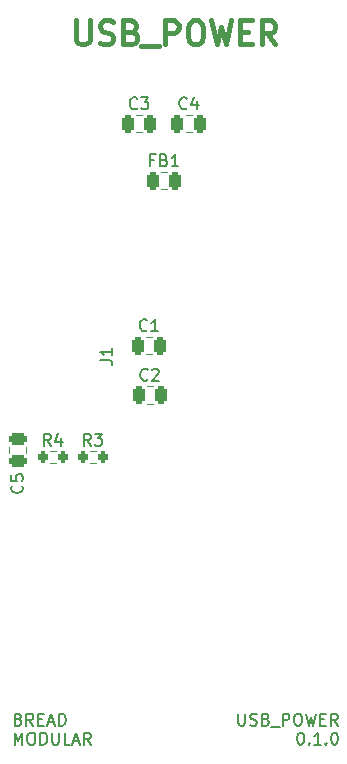
<source format=gbr>
%TF.GenerationSoftware,KiCad,Pcbnew,8.0.5*%
%TF.CreationDate,2024-11-06T20:30:05+05:30*%
%TF.ProjectId,usb_power,7573625f-706f-4776-9572-2e6b69636164,rev?*%
%TF.SameCoordinates,Original*%
%TF.FileFunction,Legend,Top*%
%TF.FilePolarity,Positive*%
%FSLAX46Y46*%
G04 Gerber Fmt 4.6, Leading zero omitted, Abs format (unit mm)*
G04 Created by KiCad (PCBNEW 8.0.5) date 2024-11-06 20:30:05*
%MOMM*%
%LPD*%
G01*
G04 APERTURE LIST*
G04 Aperture macros list*
%AMRoundRect*
0 Rectangle with rounded corners*
0 $1 Rounding radius*
0 $2 $3 $4 $5 $6 $7 $8 $9 X,Y pos of 4 corners*
0 Add a 4 corners polygon primitive as box body*
4,1,4,$2,$3,$4,$5,$6,$7,$8,$9,$2,$3,0*
0 Add four circle primitives for the rounded corners*
1,1,$1+$1,$2,$3*
1,1,$1+$1,$4,$5*
1,1,$1+$1,$6,$7*
1,1,$1+$1,$8,$9*
0 Add four rect primitives between the rounded corners*
20,1,$1+$1,$2,$3,$4,$5,0*
20,1,$1+$1,$4,$5,$6,$7,0*
20,1,$1+$1,$6,$7,$8,$9,0*
20,1,$1+$1,$8,$9,$2,$3,0*%
G04 Aperture macros list end*
%ADD10C,0.200000*%
%ADD11C,0.400000*%
%ADD12C,0.150000*%
%ADD13C,0.120000*%
%ADD14RoundRect,0.250000X-0.250000X-0.475000X0.250000X-0.475000X0.250000X0.475000X-0.250000X0.475000X0*%
%ADD15RoundRect,0.200000X-0.200000X-0.275000X0.200000X-0.275000X0.200000X0.275000X-0.200000X0.275000X0*%
%ADD16RoundRect,0.250000X-0.475000X0.250000X-0.475000X-0.250000X0.475000X-0.250000X0.475000X0.250000X0*%
%ADD17C,0.650000*%
%ADD18R,1.450000X0.600000*%
%ADD19R,1.450000X0.300000*%
%ADD20R,1.700000X1.700000*%
%ADD21O,1.700000X1.700000*%
G04 APERTURE END LIST*
D10*
X67576374Y-105207275D02*
X67576374Y-106016798D01*
X67576374Y-106016798D02*
X67623993Y-106112036D01*
X67623993Y-106112036D02*
X67671612Y-106159656D01*
X67671612Y-106159656D02*
X67766850Y-106207275D01*
X67766850Y-106207275D02*
X67957326Y-106207275D01*
X67957326Y-106207275D02*
X68052564Y-106159656D01*
X68052564Y-106159656D02*
X68100183Y-106112036D01*
X68100183Y-106112036D02*
X68147802Y-106016798D01*
X68147802Y-106016798D02*
X68147802Y-105207275D01*
X68576374Y-106159656D02*
X68719231Y-106207275D01*
X68719231Y-106207275D02*
X68957326Y-106207275D01*
X68957326Y-106207275D02*
X69052564Y-106159656D01*
X69052564Y-106159656D02*
X69100183Y-106112036D01*
X69100183Y-106112036D02*
X69147802Y-106016798D01*
X69147802Y-106016798D02*
X69147802Y-105921560D01*
X69147802Y-105921560D02*
X69100183Y-105826322D01*
X69100183Y-105826322D02*
X69052564Y-105778703D01*
X69052564Y-105778703D02*
X68957326Y-105731084D01*
X68957326Y-105731084D02*
X68766850Y-105683465D01*
X68766850Y-105683465D02*
X68671612Y-105635846D01*
X68671612Y-105635846D02*
X68623993Y-105588227D01*
X68623993Y-105588227D02*
X68576374Y-105492989D01*
X68576374Y-105492989D02*
X68576374Y-105397751D01*
X68576374Y-105397751D02*
X68623993Y-105302513D01*
X68623993Y-105302513D02*
X68671612Y-105254894D01*
X68671612Y-105254894D02*
X68766850Y-105207275D01*
X68766850Y-105207275D02*
X69004945Y-105207275D01*
X69004945Y-105207275D02*
X69147802Y-105254894D01*
X69909707Y-105683465D02*
X70052564Y-105731084D01*
X70052564Y-105731084D02*
X70100183Y-105778703D01*
X70100183Y-105778703D02*
X70147802Y-105873941D01*
X70147802Y-105873941D02*
X70147802Y-106016798D01*
X70147802Y-106016798D02*
X70100183Y-106112036D01*
X70100183Y-106112036D02*
X70052564Y-106159656D01*
X70052564Y-106159656D02*
X69957326Y-106207275D01*
X69957326Y-106207275D02*
X69576374Y-106207275D01*
X69576374Y-106207275D02*
X69576374Y-105207275D01*
X69576374Y-105207275D02*
X69909707Y-105207275D01*
X69909707Y-105207275D02*
X70004945Y-105254894D01*
X70004945Y-105254894D02*
X70052564Y-105302513D01*
X70052564Y-105302513D02*
X70100183Y-105397751D01*
X70100183Y-105397751D02*
X70100183Y-105492989D01*
X70100183Y-105492989D02*
X70052564Y-105588227D01*
X70052564Y-105588227D02*
X70004945Y-105635846D01*
X70004945Y-105635846D02*
X69909707Y-105683465D01*
X69909707Y-105683465D02*
X69576374Y-105683465D01*
X70338279Y-106302513D02*
X71100183Y-106302513D01*
X71338279Y-106207275D02*
X71338279Y-105207275D01*
X71338279Y-105207275D02*
X71719231Y-105207275D01*
X71719231Y-105207275D02*
X71814469Y-105254894D01*
X71814469Y-105254894D02*
X71862088Y-105302513D01*
X71862088Y-105302513D02*
X71909707Y-105397751D01*
X71909707Y-105397751D02*
X71909707Y-105540608D01*
X71909707Y-105540608D02*
X71862088Y-105635846D01*
X71862088Y-105635846D02*
X71814469Y-105683465D01*
X71814469Y-105683465D02*
X71719231Y-105731084D01*
X71719231Y-105731084D02*
X71338279Y-105731084D01*
X72528755Y-105207275D02*
X72719231Y-105207275D01*
X72719231Y-105207275D02*
X72814469Y-105254894D01*
X72814469Y-105254894D02*
X72909707Y-105350132D01*
X72909707Y-105350132D02*
X72957326Y-105540608D01*
X72957326Y-105540608D02*
X72957326Y-105873941D01*
X72957326Y-105873941D02*
X72909707Y-106064417D01*
X72909707Y-106064417D02*
X72814469Y-106159656D01*
X72814469Y-106159656D02*
X72719231Y-106207275D01*
X72719231Y-106207275D02*
X72528755Y-106207275D01*
X72528755Y-106207275D02*
X72433517Y-106159656D01*
X72433517Y-106159656D02*
X72338279Y-106064417D01*
X72338279Y-106064417D02*
X72290660Y-105873941D01*
X72290660Y-105873941D02*
X72290660Y-105540608D01*
X72290660Y-105540608D02*
X72338279Y-105350132D01*
X72338279Y-105350132D02*
X72433517Y-105254894D01*
X72433517Y-105254894D02*
X72528755Y-105207275D01*
X73290660Y-105207275D02*
X73528755Y-106207275D01*
X73528755Y-106207275D02*
X73719231Y-105492989D01*
X73719231Y-105492989D02*
X73909707Y-106207275D01*
X73909707Y-106207275D02*
X74147803Y-105207275D01*
X74528755Y-105683465D02*
X74862088Y-105683465D01*
X75004945Y-106207275D02*
X74528755Y-106207275D01*
X74528755Y-106207275D02*
X74528755Y-105207275D01*
X74528755Y-105207275D02*
X75004945Y-105207275D01*
X76004945Y-106207275D02*
X75671612Y-105731084D01*
X75433517Y-106207275D02*
X75433517Y-105207275D01*
X75433517Y-105207275D02*
X75814469Y-105207275D01*
X75814469Y-105207275D02*
X75909707Y-105254894D01*
X75909707Y-105254894D02*
X75957326Y-105302513D01*
X75957326Y-105302513D02*
X76004945Y-105397751D01*
X76004945Y-105397751D02*
X76004945Y-105540608D01*
X76004945Y-105540608D02*
X75957326Y-105635846D01*
X75957326Y-105635846D02*
X75909707Y-105683465D01*
X75909707Y-105683465D02*
X75814469Y-105731084D01*
X75814469Y-105731084D02*
X75433517Y-105731084D01*
X72814470Y-106817219D02*
X72909708Y-106817219D01*
X72909708Y-106817219D02*
X73004946Y-106864838D01*
X73004946Y-106864838D02*
X73052565Y-106912457D01*
X73052565Y-106912457D02*
X73100184Y-107007695D01*
X73100184Y-107007695D02*
X73147803Y-107198171D01*
X73147803Y-107198171D02*
X73147803Y-107436266D01*
X73147803Y-107436266D02*
X73100184Y-107626742D01*
X73100184Y-107626742D02*
X73052565Y-107721980D01*
X73052565Y-107721980D02*
X73004946Y-107769600D01*
X73004946Y-107769600D02*
X72909708Y-107817219D01*
X72909708Y-107817219D02*
X72814470Y-107817219D01*
X72814470Y-107817219D02*
X72719232Y-107769600D01*
X72719232Y-107769600D02*
X72671613Y-107721980D01*
X72671613Y-107721980D02*
X72623994Y-107626742D01*
X72623994Y-107626742D02*
X72576375Y-107436266D01*
X72576375Y-107436266D02*
X72576375Y-107198171D01*
X72576375Y-107198171D02*
X72623994Y-107007695D01*
X72623994Y-107007695D02*
X72671613Y-106912457D01*
X72671613Y-106912457D02*
X72719232Y-106864838D01*
X72719232Y-106864838D02*
X72814470Y-106817219D01*
X73576375Y-107721980D02*
X73623994Y-107769600D01*
X73623994Y-107769600D02*
X73576375Y-107817219D01*
X73576375Y-107817219D02*
X73528756Y-107769600D01*
X73528756Y-107769600D02*
X73576375Y-107721980D01*
X73576375Y-107721980D02*
X73576375Y-107817219D01*
X74576374Y-107817219D02*
X74004946Y-107817219D01*
X74290660Y-107817219D02*
X74290660Y-106817219D01*
X74290660Y-106817219D02*
X74195422Y-106960076D01*
X74195422Y-106960076D02*
X74100184Y-107055314D01*
X74100184Y-107055314D02*
X74004946Y-107102933D01*
X75004946Y-107721980D02*
X75052565Y-107769600D01*
X75052565Y-107769600D02*
X75004946Y-107817219D01*
X75004946Y-107817219D02*
X74957327Y-107769600D01*
X74957327Y-107769600D02*
X75004946Y-107721980D01*
X75004946Y-107721980D02*
X75004946Y-107817219D01*
X75671612Y-106817219D02*
X75766850Y-106817219D01*
X75766850Y-106817219D02*
X75862088Y-106864838D01*
X75862088Y-106864838D02*
X75909707Y-106912457D01*
X75909707Y-106912457D02*
X75957326Y-107007695D01*
X75957326Y-107007695D02*
X76004945Y-107198171D01*
X76004945Y-107198171D02*
X76004945Y-107436266D01*
X76004945Y-107436266D02*
X75957326Y-107626742D01*
X75957326Y-107626742D02*
X75909707Y-107721980D01*
X75909707Y-107721980D02*
X75862088Y-107769600D01*
X75862088Y-107769600D02*
X75766850Y-107817219D01*
X75766850Y-107817219D02*
X75671612Y-107817219D01*
X75671612Y-107817219D02*
X75576374Y-107769600D01*
X75576374Y-107769600D02*
X75528755Y-107721980D01*
X75528755Y-107721980D02*
X75481136Y-107626742D01*
X75481136Y-107626742D02*
X75433517Y-107436266D01*
X75433517Y-107436266D02*
X75433517Y-107198171D01*
X75433517Y-107198171D02*
X75481136Y-107007695D01*
X75481136Y-107007695D02*
X75528755Y-106912457D01*
X75528755Y-106912457D02*
X75576374Y-106864838D01*
X75576374Y-106864838D02*
X75671612Y-106817219D01*
D11*
X53849047Y-46502438D02*
X53849047Y-48121485D01*
X53849047Y-48121485D02*
X53944285Y-48311961D01*
X53944285Y-48311961D02*
X54039523Y-48407200D01*
X54039523Y-48407200D02*
X54229999Y-48502438D01*
X54229999Y-48502438D02*
X54610952Y-48502438D01*
X54610952Y-48502438D02*
X54801428Y-48407200D01*
X54801428Y-48407200D02*
X54896666Y-48311961D01*
X54896666Y-48311961D02*
X54991904Y-48121485D01*
X54991904Y-48121485D02*
X54991904Y-46502438D01*
X55849047Y-48407200D02*
X56134761Y-48502438D01*
X56134761Y-48502438D02*
X56610952Y-48502438D01*
X56610952Y-48502438D02*
X56801428Y-48407200D01*
X56801428Y-48407200D02*
X56896666Y-48311961D01*
X56896666Y-48311961D02*
X56991904Y-48121485D01*
X56991904Y-48121485D02*
X56991904Y-47931009D01*
X56991904Y-47931009D02*
X56896666Y-47740533D01*
X56896666Y-47740533D02*
X56801428Y-47645295D01*
X56801428Y-47645295D02*
X56610952Y-47550057D01*
X56610952Y-47550057D02*
X56229999Y-47454819D01*
X56229999Y-47454819D02*
X56039523Y-47359580D01*
X56039523Y-47359580D02*
X55944285Y-47264342D01*
X55944285Y-47264342D02*
X55849047Y-47073866D01*
X55849047Y-47073866D02*
X55849047Y-46883390D01*
X55849047Y-46883390D02*
X55944285Y-46692914D01*
X55944285Y-46692914D02*
X56039523Y-46597676D01*
X56039523Y-46597676D02*
X56229999Y-46502438D01*
X56229999Y-46502438D02*
X56706190Y-46502438D01*
X56706190Y-46502438D02*
X56991904Y-46597676D01*
X58515714Y-47454819D02*
X58801428Y-47550057D01*
X58801428Y-47550057D02*
X58896666Y-47645295D01*
X58896666Y-47645295D02*
X58991904Y-47835771D01*
X58991904Y-47835771D02*
X58991904Y-48121485D01*
X58991904Y-48121485D02*
X58896666Y-48311961D01*
X58896666Y-48311961D02*
X58801428Y-48407200D01*
X58801428Y-48407200D02*
X58610952Y-48502438D01*
X58610952Y-48502438D02*
X57849047Y-48502438D01*
X57849047Y-48502438D02*
X57849047Y-46502438D01*
X57849047Y-46502438D02*
X58515714Y-46502438D01*
X58515714Y-46502438D02*
X58706190Y-46597676D01*
X58706190Y-46597676D02*
X58801428Y-46692914D01*
X58801428Y-46692914D02*
X58896666Y-46883390D01*
X58896666Y-46883390D02*
X58896666Y-47073866D01*
X58896666Y-47073866D02*
X58801428Y-47264342D01*
X58801428Y-47264342D02*
X58706190Y-47359580D01*
X58706190Y-47359580D02*
X58515714Y-47454819D01*
X58515714Y-47454819D02*
X57849047Y-47454819D01*
X59372857Y-48692914D02*
X60896666Y-48692914D01*
X61372857Y-48502438D02*
X61372857Y-46502438D01*
X61372857Y-46502438D02*
X62134762Y-46502438D01*
X62134762Y-46502438D02*
X62325238Y-46597676D01*
X62325238Y-46597676D02*
X62420476Y-46692914D01*
X62420476Y-46692914D02*
X62515714Y-46883390D01*
X62515714Y-46883390D02*
X62515714Y-47169104D01*
X62515714Y-47169104D02*
X62420476Y-47359580D01*
X62420476Y-47359580D02*
X62325238Y-47454819D01*
X62325238Y-47454819D02*
X62134762Y-47550057D01*
X62134762Y-47550057D02*
X61372857Y-47550057D01*
X63753809Y-46502438D02*
X64134762Y-46502438D01*
X64134762Y-46502438D02*
X64325238Y-46597676D01*
X64325238Y-46597676D02*
X64515714Y-46788152D01*
X64515714Y-46788152D02*
X64610952Y-47169104D01*
X64610952Y-47169104D02*
X64610952Y-47835771D01*
X64610952Y-47835771D02*
X64515714Y-48216723D01*
X64515714Y-48216723D02*
X64325238Y-48407200D01*
X64325238Y-48407200D02*
X64134762Y-48502438D01*
X64134762Y-48502438D02*
X63753809Y-48502438D01*
X63753809Y-48502438D02*
X63563333Y-48407200D01*
X63563333Y-48407200D02*
X63372857Y-48216723D01*
X63372857Y-48216723D02*
X63277619Y-47835771D01*
X63277619Y-47835771D02*
X63277619Y-47169104D01*
X63277619Y-47169104D02*
X63372857Y-46788152D01*
X63372857Y-46788152D02*
X63563333Y-46597676D01*
X63563333Y-46597676D02*
X63753809Y-46502438D01*
X65277619Y-46502438D02*
X65753809Y-48502438D01*
X65753809Y-48502438D02*
X66134762Y-47073866D01*
X66134762Y-47073866D02*
X66515714Y-48502438D01*
X66515714Y-48502438D02*
X66991905Y-46502438D01*
X67753809Y-47454819D02*
X68420476Y-47454819D01*
X68706190Y-48502438D02*
X67753809Y-48502438D01*
X67753809Y-48502438D02*
X67753809Y-46502438D01*
X67753809Y-46502438D02*
X68706190Y-46502438D01*
X70706190Y-48502438D02*
X70039523Y-47550057D01*
X69563333Y-48502438D02*
X69563333Y-46502438D01*
X69563333Y-46502438D02*
X70325238Y-46502438D01*
X70325238Y-46502438D02*
X70515714Y-46597676D01*
X70515714Y-46597676D02*
X70610952Y-46692914D01*
X70610952Y-46692914D02*
X70706190Y-46883390D01*
X70706190Y-46883390D02*
X70706190Y-47169104D01*
X70706190Y-47169104D02*
X70610952Y-47359580D01*
X70610952Y-47359580D02*
X70515714Y-47454819D01*
X70515714Y-47454819D02*
X70325238Y-47550057D01*
X70325238Y-47550057D02*
X69563333Y-47550057D01*
D10*
X48963006Y-105683465D02*
X49105863Y-105731084D01*
X49105863Y-105731084D02*
X49153482Y-105778703D01*
X49153482Y-105778703D02*
X49201101Y-105873941D01*
X49201101Y-105873941D02*
X49201101Y-106016798D01*
X49201101Y-106016798D02*
X49153482Y-106112036D01*
X49153482Y-106112036D02*
X49105863Y-106159656D01*
X49105863Y-106159656D02*
X49010625Y-106207275D01*
X49010625Y-106207275D02*
X48629673Y-106207275D01*
X48629673Y-106207275D02*
X48629673Y-105207275D01*
X48629673Y-105207275D02*
X48963006Y-105207275D01*
X48963006Y-105207275D02*
X49058244Y-105254894D01*
X49058244Y-105254894D02*
X49105863Y-105302513D01*
X49105863Y-105302513D02*
X49153482Y-105397751D01*
X49153482Y-105397751D02*
X49153482Y-105492989D01*
X49153482Y-105492989D02*
X49105863Y-105588227D01*
X49105863Y-105588227D02*
X49058244Y-105635846D01*
X49058244Y-105635846D02*
X48963006Y-105683465D01*
X48963006Y-105683465D02*
X48629673Y-105683465D01*
X50201101Y-106207275D02*
X49867768Y-105731084D01*
X49629673Y-106207275D02*
X49629673Y-105207275D01*
X49629673Y-105207275D02*
X50010625Y-105207275D01*
X50010625Y-105207275D02*
X50105863Y-105254894D01*
X50105863Y-105254894D02*
X50153482Y-105302513D01*
X50153482Y-105302513D02*
X50201101Y-105397751D01*
X50201101Y-105397751D02*
X50201101Y-105540608D01*
X50201101Y-105540608D02*
X50153482Y-105635846D01*
X50153482Y-105635846D02*
X50105863Y-105683465D01*
X50105863Y-105683465D02*
X50010625Y-105731084D01*
X50010625Y-105731084D02*
X49629673Y-105731084D01*
X50629673Y-105683465D02*
X50963006Y-105683465D01*
X51105863Y-106207275D02*
X50629673Y-106207275D01*
X50629673Y-106207275D02*
X50629673Y-105207275D01*
X50629673Y-105207275D02*
X51105863Y-105207275D01*
X51486816Y-105921560D02*
X51963006Y-105921560D01*
X51391578Y-106207275D02*
X51724911Y-105207275D01*
X51724911Y-105207275D02*
X52058244Y-106207275D01*
X52391578Y-106207275D02*
X52391578Y-105207275D01*
X52391578Y-105207275D02*
X52629673Y-105207275D01*
X52629673Y-105207275D02*
X52772530Y-105254894D01*
X52772530Y-105254894D02*
X52867768Y-105350132D01*
X52867768Y-105350132D02*
X52915387Y-105445370D01*
X52915387Y-105445370D02*
X52963006Y-105635846D01*
X52963006Y-105635846D02*
X52963006Y-105778703D01*
X52963006Y-105778703D02*
X52915387Y-105969179D01*
X52915387Y-105969179D02*
X52867768Y-106064417D01*
X52867768Y-106064417D02*
X52772530Y-106159656D01*
X52772530Y-106159656D02*
X52629673Y-106207275D01*
X52629673Y-106207275D02*
X52391578Y-106207275D01*
X48629673Y-107817219D02*
X48629673Y-106817219D01*
X48629673Y-106817219D02*
X48963006Y-107531504D01*
X48963006Y-107531504D02*
X49296339Y-106817219D01*
X49296339Y-106817219D02*
X49296339Y-107817219D01*
X49963006Y-106817219D02*
X50153482Y-106817219D01*
X50153482Y-106817219D02*
X50248720Y-106864838D01*
X50248720Y-106864838D02*
X50343958Y-106960076D01*
X50343958Y-106960076D02*
X50391577Y-107150552D01*
X50391577Y-107150552D02*
X50391577Y-107483885D01*
X50391577Y-107483885D02*
X50343958Y-107674361D01*
X50343958Y-107674361D02*
X50248720Y-107769600D01*
X50248720Y-107769600D02*
X50153482Y-107817219D01*
X50153482Y-107817219D02*
X49963006Y-107817219D01*
X49963006Y-107817219D02*
X49867768Y-107769600D01*
X49867768Y-107769600D02*
X49772530Y-107674361D01*
X49772530Y-107674361D02*
X49724911Y-107483885D01*
X49724911Y-107483885D02*
X49724911Y-107150552D01*
X49724911Y-107150552D02*
X49772530Y-106960076D01*
X49772530Y-106960076D02*
X49867768Y-106864838D01*
X49867768Y-106864838D02*
X49963006Y-106817219D01*
X50820149Y-107817219D02*
X50820149Y-106817219D01*
X50820149Y-106817219D02*
X51058244Y-106817219D01*
X51058244Y-106817219D02*
X51201101Y-106864838D01*
X51201101Y-106864838D02*
X51296339Y-106960076D01*
X51296339Y-106960076D02*
X51343958Y-107055314D01*
X51343958Y-107055314D02*
X51391577Y-107245790D01*
X51391577Y-107245790D02*
X51391577Y-107388647D01*
X51391577Y-107388647D02*
X51343958Y-107579123D01*
X51343958Y-107579123D02*
X51296339Y-107674361D01*
X51296339Y-107674361D02*
X51201101Y-107769600D01*
X51201101Y-107769600D02*
X51058244Y-107817219D01*
X51058244Y-107817219D02*
X50820149Y-107817219D01*
X51820149Y-106817219D02*
X51820149Y-107626742D01*
X51820149Y-107626742D02*
X51867768Y-107721980D01*
X51867768Y-107721980D02*
X51915387Y-107769600D01*
X51915387Y-107769600D02*
X52010625Y-107817219D01*
X52010625Y-107817219D02*
X52201101Y-107817219D01*
X52201101Y-107817219D02*
X52296339Y-107769600D01*
X52296339Y-107769600D02*
X52343958Y-107721980D01*
X52343958Y-107721980D02*
X52391577Y-107626742D01*
X52391577Y-107626742D02*
X52391577Y-106817219D01*
X53343958Y-107817219D02*
X52867768Y-107817219D01*
X52867768Y-107817219D02*
X52867768Y-106817219D01*
X53629673Y-107531504D02*
X54105863Y-107531504D01*
X53534435Y-107817219D02*
X53867768Y-106817219D01*
X53867768Y-106817219D02*
X54201101Y-107817219D01*
X55105863Y-107817219D02*
X54772530Y-107341028D01*
X54534435Y-107817219D02*
X54534435Y-106817219D01*
X54534435Y-106817219D02*
X54915387Y-106817219D01*
X54915387Y-106817219D02*
X55010625Y-106864838D01*
X55010625Y-106864838D02*
X55058244Y-106912457D01*
X55058244Y-106912457D02*
X55105863Y-107007695D01*
X55105863Y-107007695D02*
X55105863Y-107150552D01*
X55105863Y-107150552D02*
X55058244Y-107245790D01*
X55058244Y-107245790D02*
X55010625Y-107293409D01*
X55010625Y-107293409D02*
X54915387Y-107341028D01*
X54915387Y-107341028D02*
X54534435Y-107341028D01*
D12*
X59843333Y-72712580D02*
X59795714Y-72760200D01*
X59795714Y-72760200D02*
X59652857Y-72807819D01*
X59652857Y-72807819D02*
X59557619Y-72807819D01*
X59557619Y-72807819D02*
X59414762Y-72760200D01*
X59414762Y-72760200D02*
X59319524Y-72664961D01*
X59319524Y-72664961D02*
X59271905Y-72569723D01*
X59271905Y-72569723D02*
X59224286Y-72379247D01*
X59224286Y-72379247D02*
X59224286Y-72236390D01*
X59224286Y-72236390D02*
X59271905Y-72045914D01*
X59271905Y-72045914D02*
X59319524Y-71950676D01*
X59319524Y-71950676D02*
X59414762Y-71855438D01*
X59414762Y-71855438D02*
X59557619Y-71807819D01*
X59557619Y-71807819D02*
X59652857Y-71807819D01*
X59652857Y-71807819D02*
X59795714Y-71855438D01*
X59795714Y-71855438D02*
X59843333Y-71903057D01*
X60795714Y-72807819D02*
X60224286Y-72807819D01*
X60510000Y-72807819D02*
X60510000Y-71807819D01*
X60510000Y-71807819D02*
X60414762Y-71950676D01*
X60414762Y-71950676D02*
X60319524Y-72045914D01*
X60319524Y-72045914D02*
X60224286Y-72093533D01*
X55091533Y-82494619D02*
X54758200Y-82018428D01*
X54520105Y-82494619D02*
X54520105Y-81494619D01*
X54520105Y-81494619D02*
X54901057Y-81494619D01*
X54901057Y-81494619D02*
X54996295Y-81542238D01*
X54996295Y-81542238D02*
X55043914Y-81589857D01*
X55043914Y-81589857D02*
X55091533Y-81685095D01*
X55091533Y-81685095D02*
X55091533Y-81827952D01*
X55091533Y-81827952D02*
X55043914Y-81923190D01*
X55043914Y-81923190D02*
X54996295Y-81970809D01*
X54996295Y-81970809D02*
X54901057Y-82018428D01*
X54901057Y-82018428D02*
X54520105Y-82018428D01*
X55424867Y-81494619D02*
X56043914Y-81494619D01*
X56043914Y-81494619D02*
X55710581Y-81875571D01*
X55710581Y-81875571D02*
X55853438Y-81875571D01*
X55853438Y-81875571D02*
X55948676Y-81923190D01*
X55948676Y-81923190D02*
X55996295Y-81970809D01*
X55996295Y-81970809D02*
X56043914Y-82066047D01*
X56043914Y-82066047D02*
X56043914Y-82304142D01*
X56043914Y-82304142D02*
X55996295Y-82399380D01*
X55996295Y-82399380D02*
X55948676Y-82447000D01*
X55948676Y-82447000D02*
X55853438Y-82494619D01*
X55853438Y-82494619D02*
X55567724Y-82494619D01*
X55567724Y-82494619D02*
X55472486Y-82447000D01*
X55472486Y-82447000D02*
X55424867Y-82399380D01*
X51713333Y-82494619D02*
X51380000Y-82018428D01*
X51141905Y-82494619D02*
X51141905Y-81494619D01*
X51141905Y-81494619D02*
X51522857Y-81494619D01*
X51522857Y-81494619D02*
X51618095Y-81542238D01*
X51618095Y-81542238D02*
X51665714Y-81589857D01*
X51665714Y-81589857D02*
X51713333Y-81685095D01*
X51713333Y-81685095D02*
X51713333Y-81827952D01*
X51713333Y-81827952D02*
X51665714Y-81923190D01*
X51665714Y-81923190D02*
X51618095Y-81970809D01*
X51618095Y-81970809D02*
X51522857Y-82018428D01*
X51522857Y-82018428D02*
X51141905Y-82018428D01*
X52570476Y-81827952D02*
X52570476Y-82494619D01*
X52332381Y-81447000D02*
X52094286Y-82161285D01*
X52094286Y-82161285D02*
X52713333Y-82161285D01*
X49254580Y-85891666D02*
X49302200Y-85939285D01*
X49302200Y-85939285D02*
X49349819Y-86082142D01*
X49349819Y-86082142D02*
X49349819Y-86177380D01*
X49349819Y-86177380D02*
X49302200Y-86320237D01*
X49302200Y-86320237D02*
X49206961Y-86415475D01*
X49206961Y-86415475D02*
X49111723Y-86463094D01*
X49111723Y-86463094D02*
X48921247Y-86510713D01*
X48921247Y-86510713D02*
X48778390Y-86510713D01*
X48778390Y-86510713D02*
X48587914Y-86463094D01*
X48587914Y-86463094D02*
X48492676Y-86415475D01*
X48492676Y-86415475D02*
X48397438Y-86320237D01*
X48397438Y-86320237D02*
X48349819Y-86177380D01*
X48349819Y-86177380D02*
X48349819Y-86082142D01*
X48349819Y-86082142D02*
X48397438Y-85939285D01*
X48397438Y-85939285D02*
X48445057Y-85891666D01*
X48349819Y-84986904D02*
X48349819Y-85463094D01*
X48349819Y-85463094D02*
X48826009Y-85510713D01*
X48826009Y-85510713D02*
X48778390Y-85463094D01*
X48778390Y-85463094D02*
X48730771Y-85367856D01*
X48730771Y-85367856D02*
X48730771Y-85129761D01*
X48730771Y-85129761D02*
X48778390Y-85034523D01*
X48778390Y-85034523D02*
X48826009Y-84986904D01*
X48826009Y-84986904D02*
X48921247Y-84939285D01*
X48921247Y-84939285D02*
X49159342Y-84939285D01*
X49159342Y-84939285D02*
X49254580Y-84986904D01*
X49254580Y-84986904D02*
X49302200Y-85034523D01*
X49302200Y-85034523D02*
X49349819Y-85129761D01*
X49349819Y-85129761D02*
X49349819Y-85367856D01*
X49349819Y-85367856D02*
X49302200Y-85463094D01*
X49302200Y-85463094D02*
X49254580Y-85510713D01*
X60446666Y-58322009D02*
X60113333Y-58322009D01*
X60113333Y-58845819D02*
X60113333Y-57845819D01*
X60113333Y-57845819D02*
X60589523Y-57845819D01*
X61303809Y-58322009D02*
X61446666Y-58369628D01*
X61446666Y-58369628D02*
X61494285Y-58417247D01*
X61494285Y-58417247D02*
X61541904Y-58512485D01*
X61541904Y-58512485D02*
X61541904Y-58655342D01*
X61541904Y-58655342D02*
X61494285Y-58750580D01*
X61494285Y-58750580D02*
X61446666Y-58798200D01*
X61446666Y-58798200D02*
X61351428Y-58845819D01*
X61351428Y-58845819D02*
X60970476Y-58845819D01*
X60970476Y-58845819D02*
X60970476Y-57845819D01*
X60970476Y-57845819D02*
X61303809Y-57845819D01*
X61303809Y-57845819D02*
X61399047Y-57893438D01*
X61399047Y-57893438D02*
X61446666Y-57941057D01*
X61446666Y-57941057D02*
X61494285Y-58036295D01*
X61494285Y-58036295D02*
X61494285Y-58131533D01*
X61494285Y-58131533D02*
X61446666Y-58226771D01*
X61446666Y-58226771D02*
X61399047Y-58274390D01*
X61399047Y-58274390D02*
X61303809Y-58322009D01*
X61303809Y-58322009D02*
X60970476Y-58322009D01*
X62494285Y-58845819D02*
X61922857Y-58845819D01*
X62208571Y-58845819D02*
X62208571Y-57845819D01*
X62208571Y-57845819D02*
X62113333Y-57988676D01*
X62113333Y-57988676D02*
X62018095Y-58083914D01*
X62018095Y-58083914D02*
X61922857Y-58131533D01*
X59015333Y-53924580D02*
X58967714Y-53972200D01*
X58967714Y-53972200D02*
X58824857Y-54019819D01*
X58824857Y-54019819D02*
X58729619Y-54019819D01*
X58729619Y-54019819D02*
X58586762Y-53972200D01*
X58586762Y-53972200D02*
X58491524Y-53876961D01*
X58491524Y-53876961D02*
X58443905Y-53781723D01*
X58443905Y-53781723D02*
X58396286Y-53591247D01*
X58396286Y-53591247D02*
X58396286Y-53448390D01*
X58396286Y-53448390D02*
X58443905Y-53257914D01*
X58443905Y-53257914D02*
X58491524Y-53162676D01*
X58491524Y-53162676D02*
X58586762Y-53067438D01*
X58586762Y-53067438D02*
X58729619Y-53019819D01*
X58729619Y-53019819D02*
X58824857Y-53019819D01*
X58824857Y-53019819D02*
X58967714Y-53067438D01*
X58967714Y-53067438D02*
X59015333Y-53115057D01*
X59348667Y-53019819D02*
X59967714Y-53019819D01*
X59967714Y-53019819D02*
X59634381Y-53400771D01*
X59634381Y-53400771D02*
X59777238Y-53400771D01*
X59777238Y-53400771D02*
X59872476Y-53448390D01*
X59872476Y-53448390D02*
X59920095Y-53496009D01*
X59920095Y-53496009D02*
X59967714Y-53591247D01*
X59967714Y-53591247D02*
X59967714Y-53829342D01*
X59967714Y-53829342D02*
X59920095Y-53924580D01*
X59920095Y-53924580D02*
X59872476Y-53972200D01*
X59872476Y-53972200D02*
X59777238Y-54019819D01*
X59777238Y-54019819D02*
X59491524Y-54019819D01*
X59491524Y-54019819D02*
X59396286Y-53972200D01*
X59396286Y-53972200D02*
X59348667Y-53924580D01*
X59909333Y-76903580D02*
X59861714Y-76951200D01*
X59861714Y-76951200D02*
X59718857Y-76998819D01*
X59718857Y-76998819D02*
X59623619Y-76998819D01*
X59623619Y-76998819D02*
X59480762Y-76951200D01*
X59480762Y-76951200D02*
X59385524Y-76855961D01*
X59385524Y-76855961D02*
X59337905Y-76760723D01*
X59337905Y-76760723D02*
X59290286Y-76570247D01*
X59290286Y-76570247D02*
X59290286Y-76427390D01*
X59290286Y-76427390D02*
X59337905Y-76236914D01*
X59337905Y-76236914D02*
X59385524Y-76141676D01*
X59385524Y-76141676D02*
X59480762Y-76046438D01*
X59480762Y-76046438D02*
X59623619Y-75998819D01*
X59623619Y-75998819D02*
X59718857Y-75998819D01*
X59718857Y-75998819D02*
X59861714Y-76046438D01*
X59861714Y-76046438D02*
X59909333Y-76094057D01*
X60290286Y-76094057D02*
X60337905Y-76046438D01*
X60337905Y-76046438D02*
X60433143Y-75998819D01*
X60433143Y-75998819D02*
X60671238Y-75998819D01*
X60671238Y-75998819D02*
X60766476Y-76046438D01*
X60766476Y-76046438D02*
X60814095Y-76094057D01*
X60814095Y-76094057D02*
X60861714Y-76189295D01*
X60861714Y-76189295D02*
X60861714Y-76284533D01*
X60861714Y-76284533D02*
X60814095Y-76427390D01*
X60814095Y-76427390D02*
X60242667Y-76998819D01*
X60242667Y-76998819D02*
X60861714Y-76998819D01*
X63206333Y-53924580D02*
X63158714Y-53972200D01*
X63158714Y-53972200D02*
X63015857Y-54019819D01*
X63015857Y-54019819D02*
X62920619Y-54019819D01*
X62920619Y-54019819D02*
X62777762Y-53972200D01*
X62777762Y-53972200D02*
X62682524Y-53876961D01*
X62682524Y-53876961D02*
X62634905Y-53781723D01*
X62634905Y-53781723D02*
X62587286Y-53591247D01*
X62587286Y-53591247D02*
X62587286Y-53448390D01*
X62587286Y-53448390D02*
X62634905Y-53257914D01*
X62634905Y-53257914D02*
X62682524Y-53162676D01*
X62682524Y-53162676D02*
X62777762Y-53067438D01*
X62777762Y-53067438D02*
X62920619Y-53019819D01*
X62920619Y-53019819D02*
X63015857Y-53019819D01*
X63015857Y-53019819D02*
X63158714Y-53067438D01*
X63158714Y-53067438D02*
X63206333Y-53115057D01*
X64063476Y-53353152D02*
X64063476Y-54019819D01*
X63825381Y-52972200D02*
X63587286Y-53686485D01*
X63587286Y-53686485D02*
X64206333Y-53686485D01*
X55899819Y-75263333D02*
X56614104Y-75263333D01*
X56614104Y-75263333D02*
X56756961Y-75310952D01*
X56756961Y-75310952D02*
X56852200Y-75406190D01*
X56852200Y-75406190D02*
X56899819Y-75549047D01*
X56899819Y-75549047D02*
X56899819Y-75644285D01*
X56899819Y-74263333D02*
X56899819Y-74834761D01*
X56899819Y-74549047D02*
X55899819Y-74549047D01*
X55899819Y-74549047D02*
X56042676Y-74644285D01*
X56042676Y-74644285D02*
X56137914Y-74739523D01*
X56137914Y-74739523D02*
X56185533Y-74834761D01*
D13*
%TO.C,C1*%
X59748748Y-73298000D02*
X60271252Y-73298000D01*
X59748748Y-74768000D02*
X60271252Y-74768000D01*
%TO.C,R3*%
X55020942Y-82947300D02*
X55495458Y-82947300D01*
X55020942Y-83992300D02*
X55495458Y-83992300D01*
%TO.C,R4*%
X51642742Y-82947300D02*
X52117258Y-82947300D01*
X51642742Y-83992300D02*
X52117258Y-83992300D01*
%TO.C,C5*%
X48160000Y-82608748D02*
X48160000Y-83131252D01*
X49630000Y-82608748D02*
X49630000Y-83131252D01*
%TO.C,FB1*%
X61018748Y-59336000D02*
X61541252Y-59336000D01*
X61018748Y-60806000D02*
X61541252Y-60806000D01*
%TO.C,C3*%
X58920748Y-54510000D02*
X59443252Y-54510000D01*
X58920748Y-55980000D02*
X59443252Y-55980000D01*
%TO.C,C2*%
X59814748Y-77489000D02*
X60337252Y-77489000D01*
X59814748Y-78959000D02*
X60337252Y-78959000D01*
%TO.C,C4*%
X63111748Y-54510000D02*
X63634252Y-54510000D01*
X63111748Y-55980000D02*
X63634252Y-55980000D01*
%TD*%
%LPC*%
D14*
%TO.C,C1*%
X59060000Y-74033000D03*
X60960000Y-74033000D03*
%TD*%
D15*
%TO.C,R3*%
X54433200Y-83469800D03*
X56083200Y-83469800D03*
%TD*%
%TO.C,R4*%
X51055000Y-83469800D03*
X52705000Y-83469800D03*
%TD*%
D16*
%TO.C,C5*%
X48895000Y-81920000D03*
X48895000Y-83820000D03*
%TD*%
D14*
%TO.C,FB1*%
X60330000Y-60071000D03*
X62230000Y-60071000D03*
%TD*%
%TO.C,C3*%
X58232000Y-55245000D03*
X60132000Y-55245000D03*
%TD*%
%TO.C,C2*%
X59126000Y-78224000D03*
X61026000Y-78224000D03*
%TD*%
%TO.C,C4*%
X62423000Y-55245000D03*
X64323000Y-55245000D03*
%TD*%
D17*
%TO.C,J1*%
X53445000Y-72040000D03*
X53445000Y-77820000D03*
D18*
X54890000Y-71705000D03*
X54890000Y-72480000D03*
D19*
X54890000Y-73180000D03*
X54890000Y-74180000D03*
X54890000Y-74680000D03*
X54890000Y-75180000D03*
X54890000Y-75680000D03*
X54890000Y-76180000D03*
X54890000Y-73680000D03*
D18*
X54890000Y-77380000D03*
X54890000Y-78155000D03*
D19*
X54890000Y-76680000D03*
%TD*%
D20*
%TO.C,GND1*%
X55880000Y-96520000D03*
D21*
X58420000Y-96520000D03*
X60960000Y-96520000D03*
X63500000Y-96520000D03*
X66040000Y-96520000D03*
%TD*%
D20*
%TO.C,5V1*%
X55880000Y-50800000D03*
D21*
X58420000Y-50800000D03*
X60960000Y-50800000D03*
X63500000Y-50800000D03*
X66040000Y-50800000D03*
%TD*%
%LPD*%
M02*

</source>
